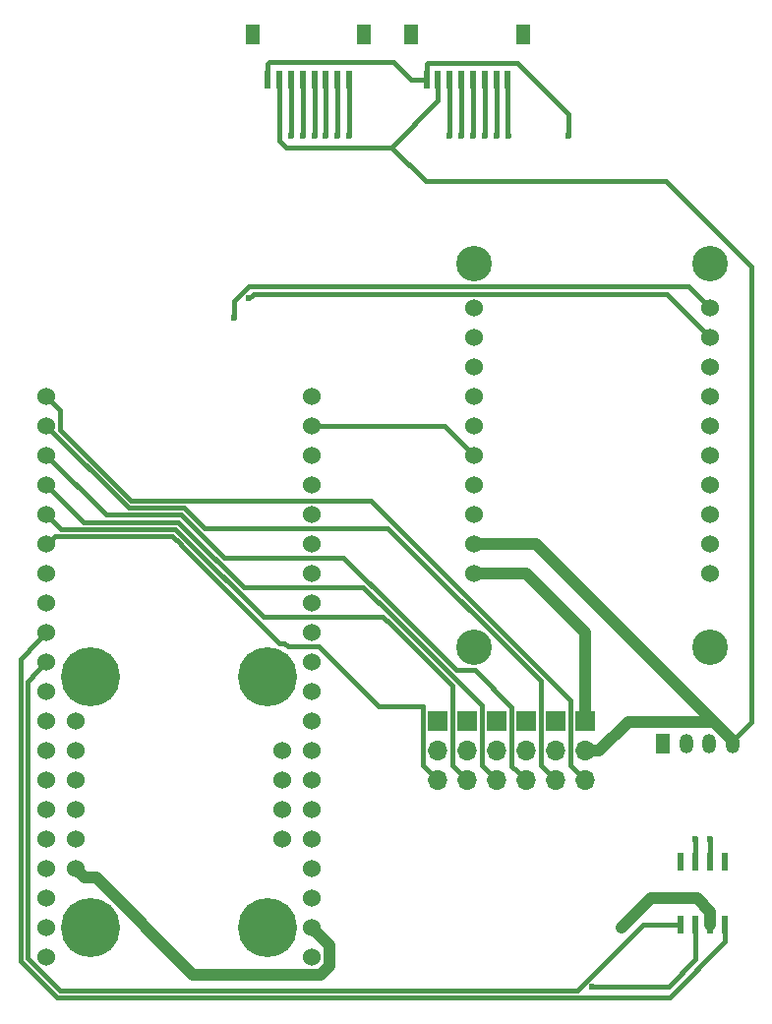
<source format=gbl>
G04 #@! TF.FileFunction,Copper,L2,Bot,Signal*
%FSLAX46Y46*%
G04 Gerber Fmt 4.6, Leading zero omitted, Abs format (unit mm)*
G04 Created by KiCad (PCBNEW 4.0.7-e2-6376~58~ubuntu16.04.1) date Fri Jan 19 19:52:53 2018*
%MOMM*%
%LPD*%
G01*
G04 APERTURE LIST*
%ADD10C,0.100000*%
%ADD11C,1.524000*%
%ADD12R,0.600000X1.550000*%
%ADD13C,5.080000*%
%ADD14O,1.700000X1.700000*%
%ADD15R,1.700000X1.700000*%
%ADD16R,1.200000X1.700000*%
%ADD17O,1.200000X1.700000*%
%ADD18C,3.048000*%
%ADD19R,1.200000X1.800000*%
%ADD20C,0.600000*%
%ADD21C,1.000000*%
%ADD22C,0.400000*%
G04 APERTURE END LIST*
D10*
D11*
X142861000Y-134841000D03*
X142861000Y-132301000D03*
X142861000Y-129761000D03*
X142861000Y-127221000D03*
X142861000Y-124681000D03*
X142861000Y-122141000D03*
X142861000Y-119601000D03*
X142861000Y-117061000D03*
X142861000Y-114521000D03*
X142861000Y-111981000D03*
X142861000Y-109441000D03*
X142861000Y-106901000D03*
X142861000Y-104361000D03*
X142861000Y-101821000D03*
X142861000Y-99281000D03*
X142861000Y-96741000D03*
X142861000Y-94201000D03*
X142861000Y-91661000D03*
X142861000Y-89121000D03*
X142861000Y-86581000D03*
X120001000Y-86581000D03*
X120001000Y-89121000D03*
X120001000Y-91661000D03*
X120001000Y-94201000D03*
X120001000Y-96741000D03*
X120001000Y-99281000D03*
X120001000Y-101821000D03*
X120001000Y-104361000D03*
X120001000Y-109441000D03*
X120001000Y-111981000D03*
X120001000Y-114521000D03*
X120001000Y-117061000D03*
X120001000Y-119601000D03*
X120001000Y-122141000D03*
X120001000Y-124681000D03*
X120001000Y-127221000D03*
X120001000Y-129761000D03*
X120001000Y-132301000D03*
X120001000Y-106901000D03*
X120001000Y-134841000D03*
X142861000Y-134841000D03*
X142861000Y-132301000D03*
X142861000Y-129761000D03*
X142861000Y-127221000D03*
X142861000Y-124681000D03*
X142861000Y-122141000D03*
X142861000Y-119601000D03*
X142861000Y-117061000D03*
X142861000Y-114521000D03*
X142861000Y-111981000D03*
X142861000Y-109441000D03*
X142861000Y-106901000D03*
X142861000Y-104361000D03*
X142861000Y-101821000D03*
X142861000Y-99281000D03*
X142861000Y-96741000D03*
X142861000Y-94201000D03*
X142861000Y-91661000D03*
X142861000Y-89121000D03*
X142861000Y-86581000D03*
X120001000Y-86581000D03*
X120001000Y-89121000D03*
X120001000Y-91661000D03*
X120001000Y-94201000D03*
X120001000Y-96741000D03*
X120001000Y-99281000D03*
X120001000Y-101821000D03*
X120001000Y-104361000D03*
X120001000Y-109441000D03*
X120001000Y-111981000D03*
X120001000Y-114521000D03*
X120001000Y-117061000D03*
X120001000Y-119601000D03*
X120001000Y-122141000D03*
X120001000Y-124681000D03*
X120001000Y-127221000D03*
X120001000Y-129761000D03*
X120001000Y-132301000D03*
X120001000Y-106901000D03*
X120001000Y-134841000D03*
D12*
X178421000Y-131986000D03*
X177151000Y-131986000D03*
X175881000Y-131986000D03*
X174611000Y-131986000D03*
X174611000Y-126586000D03*
X175881000Y-126586000D03*
X177151000Y-126586000D03*
X178421000Y-126586000D03*
D13*
X123811000Y-132301000D03*
X139051000Y-132301000D03*
X123811000Y-110711000D03*
X139051000Y-110711000D03*
D11*
X122541000Y-127221000D03*
X122541000Y-124681000D03*
X122541000Y-122141000D03*
X122541000Y-119601000D03*
X122541000Y-117061000D03*
X122541000Y-114521000D03*
X140321000Y-124681000D03*
X140321000Y-122141000D03*
X140321000Y-119601000D03*
X140321000Y-117061000D03*
D14*
X156196000Y-119601000D03*
D15*
X156196000Y-114521000D03*
D14*
X156196000Y-117061000D03*
X163816000Y-119601000D03*
D15*
X163816000Y-114521000D03*
D14*
X163816000Y-117061000D03*
D16*
X173056000Y-116426000D03*
D17*
X175056000Y-116426000D03*
X177056000Y-116426000D03*
X179056000Y-116426000D03*
D14*
X166356000Y-119601000D03*
D15*
X166356000Y-114521000D03*
D14*
X166356000Y-117061000D03*
X153656000Y-119601000D03*
D15*
X153656000Y-114521000D03*
D14*
X153656000Y-117061000D03*
X161276000Y-119601000D03*
D15*
X161276000Y-114521000D03*
D14*
X161276000Y-117061000D03*
X158736000Y-119601000D03*
D15*
X158736000Y-114521000D03*
D14*
X158736000Y-117061000D03*
D18*
X156831000Y-75151000D03*
X156831000Y-108171000D03*
X177151000Y-108171000D03*
D11*
X156831000Y-78961000D03*
X156831000Y-81501000D03*
X156831000Y-84041000D03*
X156831000Y-86581000D03*
X156831000Y-89121000D03*
X156831000Y-91661000D03*
X156831000Y-94201000D03*
X156831000Y-96741000D03*
X156831000Y-99281000D03*
X156831000Y-101821000D03*
X177151000Y-101821000D03*
X177151000Y-99281000D03*
X177151000Y-96741000D03*
X177151000Y-94201000D03*
X177151000Y-91661000D03*
X177151000Y-89121000D03*
X177151000Y-86581000D03*
X177151000Y-84041000D03*
X177151000Y-81501000D03*
X177151000Y-78961000D03*
D18*
X177151000Y-75151000D03*
D12*
X139036000Y-59276000D03*
X140036000Y-59276000D03*
X141036000Y-59276000D03*
X142036000Y-59276000D03*
X143036000Y-59276000D03*
X144036000Y-59276000D03*
X145036000Y-59276000D03*
X146036000Y-59276000D03*
D19*
X137736000Y-55401000D03*
X147336000Y-55401000D03*
D12*
X152696000Y-59308500D03*
X153696000Y-59308500D03*
X154696000Y-59308500D03*
X155696000Y-59308500D03*
X156696000Y-59308500D03*
X157696000Y-59308500D03*
X158696000Y-59308500D03*
X159696000Y-59308500D03*
D19*
X151396000Y-55433500D03*
X160996000Y-55433500D03*
D20*
X164959000Y-64102000D03*
X169531000Y-132301000D03*
X161276000Y-101821000D03*
X136144000Y-79756000D03*
X137414000Y-78105000D03*
X154672000Y-64102000D03*
X155688000Y-64102000D03*
X156704000Y-64102000D03*
X157720000Y-64102000D03*
X158736000Y-64102000D03*
X159752000Y-64102000D03*
X141083000Y-64102000D03*
X142099000Y-64102000D03*
X143115000Y-64102000D03*
X144004000Y-64102000D03*
X145020000Y-64102000D03*
X146036000Y-64102000D03*
X166991000Y-137381000D03*
X175881000Y-124681000D03*
X177151000Y-124681000D03*
D21*
X161276000Y-101821000D02*
X156831000Y-101821000D01*
D22*
X152835999Y-57833499D02*
X152696000Y-57973498D01*
X152696000Y-57973498D02*
X152696000Y-59308500D01*
X149888499Y-57800999D02*
X139175999Y-57800999D01*
X139036000Y-57940998D02*
X139036000Y-59276000D01*
X139175999Y-57800999D02*
X139036000Y-57940998D01*
D21*
X177151000Y-131986000D02*
X177151000Y-130920998D01*
X177151000Y-130920998D02*
X175991002Y-129761000D01*
X175991002Y-129761000D02*
X172071000Y-129761000D01*
X172071000Y-129761000D02*
X169531000Y-132301000D01*
D22*
X160556001Y-57833499D02*
X164959000Y-62236498D01*
X164959000Y-62236498D02*
X164959000Y-64102000D01*
X160556001Y-57833499D02*
X152835999Y-57833499D01*
X152696000Y-59308500D02*
X151396000Y-59308500D01*
X151396000Y-59308500D02*
X149888499Y-57800999D01*
D21*
X166356000Y-106901000D02*
X164503893Y-105048893D01*
X164503893Y-105048893D02*
X161276000Y-101821000D01*
X166356000Y-114521000D02*
X166356000Y-106901000D01*
D22*
X173330522Y-68039000D02*
X152614498Y-68039000D01*
X152614498Y-68039000D02*
X149677499Y-65102001D01*
X180656000Y-114576000D02*
X180656000Y-75364478D01*
X180656000Y-75364478D02*
X173330522Y-68039000D01*
X140036000Y-59276000D02*
X140036000Y-64535002D01*
X140602999Y-65102001D02*
X149677499Y-65102001D01*
X149677499Y-65102001D02*
X153696000Y-61083500D01*
X140036000Y-64535002D02*
X140602999Y-65102001D01*
X153696000Y-61083500D02*
X153696000Y-59308500D01*
X180656000Y-114576000D02*
X179056000Y-116176000D01*
D21*
X179056000Y-116176000D02*
X179056000Y-116426000D01*
X179056000Y-116176000D02*
X162161000Y-99281000D01*
X162161000Y-99281000D02*
X157908630Y-99281000D01*
X157908630Y-99281000D02*
X156831000Y-99281000D01*
X179056000Y-116176000D02*
X177456000Y-114576000D01*
X177456000Y-114576000D02*
X170043081Y-114576000D01*
X167558081Y-117061000D02*
X166356000Y-117061000D01*
X170043081Y-114576000D02*
X167558081Y-117061000D01*
X142861000Y-132301000D02*
X144323001Y-133763001D01*
X144323001Y-133763001D02*
X144323001Y-135542761D01*
X144323001Y-135542761D02*
X143562761Y-136303001D01*
X143562761Y-136303001D02*
X132608203Y-136303001D01*
X123302999Y-127982999D02*
X122541000Y-127221000D01*
X132608203Y-136303001D02*
X124288201Y-127982999D01*
X124288201Y-127982999D02*
X123302999Y-127982999D01*
D22*
X156850001Y-110095001D02*
X160025999Y-113270999D01*
X150157097Y-105026012D02*
X155226086Y-110095001D01*
X145568459Y-100443001D02*
X150151469Y-105026012D01*
X132317597Y-97513969D02*
X135246627Y-100443001D01*
X132311500Y-97513969D02*
X132317597Y-97513969D01*
X131549497Y-96751967D02*
X132311500Y-97513969D01*
X125091967Y-96751967D02*
X131549497Y-96751967D01*
X155226086Y-110095001D02*
X156850001Y-110095001D01*
X120001000Y-91661000D02*
X125091967Y-96751967D01*
X160426001Y-118751001D02*
X161276000Y-119601000D01*
X135246627Y-100443001D02*
X145568459Y-100443001D01*
X160025999Y-113270999D02*
X160025999Y-118350999D01*
X160025999Y-118350999D02*
X160426001Y-118751001D01*
X150151469Y-105026012D02*
X150157097Y-105026012D01*
X162526001Y-118311001D02*
X162966001Y-118751001D01*
X162526001Y-111050543D02*
X162526001Y-118311001D01*
X149378459Y-97903001D02*
X162526001Y-111050543D01*
X133555170Y-97903001D02*
X149378459Y-97903001D01*
X131804125Y-96151956D02*
X133555170Y-97903001D01*
X127031956Y-96151956D02*
X131804125Y-96151956D01*
X120001000Y-89121000D02*
X127031956Y-96151956D01*
X162966001Y-118751001D02*
X163816000Y-119601000D01*
X121163001Y-87743001D02*
X121163001Y-89434459D01*
X165506001Y-118751001D02*
X166356000Y-119601000D01*
X120001000Y-86581000D02*
X121163001Y-87743001D01*
X127280487Y-95551945D02*
X147875945Y-95551945D01*
X121163001Y-89434459D02*
X127280487Y-95551945D01*
X147875945Y-95551945D02*
X165066001Y-112742001D01*
X165066001Y-112742001D02*
X165066001Y-118311001D01*
X165066001Y-118311001D02*
X165506001Y-118751001D01*
X120001000Y-99281000D02*
X120730000Y-98552000D01*
X120730000Y-98552000D02*
X130803902Y-98552000D01*
X130803902Y-98552000D02*
X131532902Y-99281000D01*
X140754203Y-108063001D02*
X143388001Y-108063001D01*
X143388001Y-108063001D02*
X148576000Y-113251000D01*
X148576000Y-113251000D02*
X152386000Y-113251000D01*
X131572000Y-99314000D02*
X140028999Y-107770999D01*
X140028999Y-107770999D02*
X140462201Y-107770999D01*
X140462201Y-107770999D02*
X140754203Y-108063001D01*
X152386000Y-113251000D02*
X152386000Y-118331000D01*
X152386000Y-118331000D02*
X153656000Y-119601000D01*
X138629543Y-105523001D02*
X131820533Y-98713991D01*
X120762999Y-97502999D02*
X120001000Y-96741000D01*
X148951373Y-105523001D02*
X138629543Y-105523001D01*
X149660034Y-106226034D02*
X149654405Y-106226034D01*
X131814435Y-98713991D02*
X131052433Y-97951989D01*
X149654405Y-106226034D02*
X148951373Y-105523001D01*
X154906001Y-111472001D02*
X149660034Y-106226034D01*
X154906001Y-118311001D02*
X154906001Y-111472001D01*
X121211989Y-97951989D02*
X120762999Y-97502999D01*
X156196000Y-119601000D02*
X154906001Y-118311001D01*
X131052433Y-97951989D02*
X121211989Y-97951989D01*
X131820533Y-98713991D02*
X131814435Y-98713991D01*
X157446001Y-118311001D02*
X157886001Y-118751001D01*
X120001000Y-94201000D02*
X123151978Y-97351978D01*
X132069065Y-98113980D02*
X136938085Y-102983001D01*
X136938085Y-102983001D02*
X147259917Y-102983001D01*
X149908566Y-105626023D02*
X157446001Y-113163458D01*
X147259917Y-102983001D02*
X149902937Y-105626023D01*
X131300965Y-97351978D02*
X132062968Y-98113980D01*
X132062968Y-98113980D02*
X132069065Y-98113980D01*
X123151978Y-97351978D02*
X131300965Y-97351978D01*
X149902937Y-105626023D02*
X149908566Y-105626023D01*
X157886001Y-118751001D02*
X158736000Y-119601000D01*
X157446001Y-113163458D02*
X157446001Y-118311001D01*
X137370736Y-77089000D02*
X136144000Y-78315736D01*
X175279000Y-77089000D02*
X137370736Y-77089000D01*
X136144000Y-79331736D02*
X136144000Y-79756000D01*
X136144000Y-78315736D02*
X136144000Y-79331736D01*
X177151000Y-78961000D02*
X175279000Y-77089000D01*
X137795000Y-77724000D02*
X137713999Y-77805001D01*
X177151000Y-81501000D02*
X173374000Y-77724000D01*
X173374000Y-77724000D02*
X137795000Y-77724000D01*
X137713999Y-77805001D02*
X137414000Y-78105000D01*
X142861000Y-89121000D02*
X154291000Y-89121000D01*
X154291000Y-89121000D02*
X156831000Y-91661000D01*
X154696000Y-59308500D02*
X154696000Y-64078000D01*
X154696000Y-64078000D02*
X154672000Y-64102000D01*
X155696000Y-59308500D02*
X155696000Y-64094000D01*
X155696000Y-64094000D02*
X155688000Y-64102000D01*
X156696000Y-59308500D02*
X156696000Y-64094000D01*
X156696000Y-64094000D02*
X156704000Y-64102000D01*
X157720000Y-60507500D02*
X157720000Y-64102000D01*
X157696000Y-59308500D02*
X157696000Y-60483500D01*
X157696000Y-60483500D02*
X157720000Y-60507500D01*
X158696000Y-59308500D02*
X158696000Y-64062000D01*
X158696000Y-64062000D02*
X158736000Y-64102000D01*
X159696000Y-59308500D02*
X159696000Y-64046000D01*
X159696000Y-64046000D02*
X159752000Y-64102000D01*
X141036000Y-59276000D02*
X141036000Y-64055000D01*
X141036000Y-64055000D02*
X141083000Y-64102000D01*
X142036000Y-59276000D02*
X142036000Y-64039000D01*
X142036000Y-64039000D02*
X142099000Y-64102000D01*
X143036000Y-59276000D02*
X143036000Y-64023000D01*
X143036000Y-64023000D02*
X143115000Y-64102000D01*
X144036000Y-59276000D02*
X144036000Y-64070000D01*
X144036000Y-64070000D02*
X144004000Y-64102000D01*
X145036000Y-59276000D02*
X145036000Y-64086000D01*
X145036000Y-64086000D02*
X145020000Y-64102000D01*
X146036000Y-59276000D02*
X146036000Y-64102000D01*
X171349998Y-131986000D02*
X165667998Y-137668000D01*
X118364000Y-111078000D02*
X119239001Y-110202999D01*
X174611000Y-131986000D02*
X171349998Y-131986000D01*
X118364000Y-134923762D02*
X118364000Y-111078000D01*
X165667998Y-137668000D02*
X121108238Y-137668000D01*
X121108238Y-137668000D02*
X118364000Y-134923762D01*
X119239001Y-110202999D02*
X120001000Y-109441000D01*
X178421000Y-131986000D02*
X178421000Y-133491000D01*
X117763989Y-109138011D02*
X119239001Y-107662999D01*
X178421000Y-133491000D02*
X173643989Y-138268011D01*
X173643989Y-138268011D02*
X120859706Y-138268011D01*
X120859706Y-138268011D02*
X117763989Y-135172294D01*
X117763989Y-135172294D02*
X117763989Y-109138011D01*
X119239001Y-107662999D02*
X120001000Y-106901000D01*
X175881000Y-131986000D02*
X175881000Y-135015000D01*
X175881000Y-135015000D02*
X173515000Y-137381000D01*
X173515000Y-137381000D02*
X166991000Y-137381000D01*
X175881000Y-124681000D02*
X175881000Y-126586000D01*
X177151000Y-124681000D02*
X177151000Y-126586000D01*
M02*

</source>
